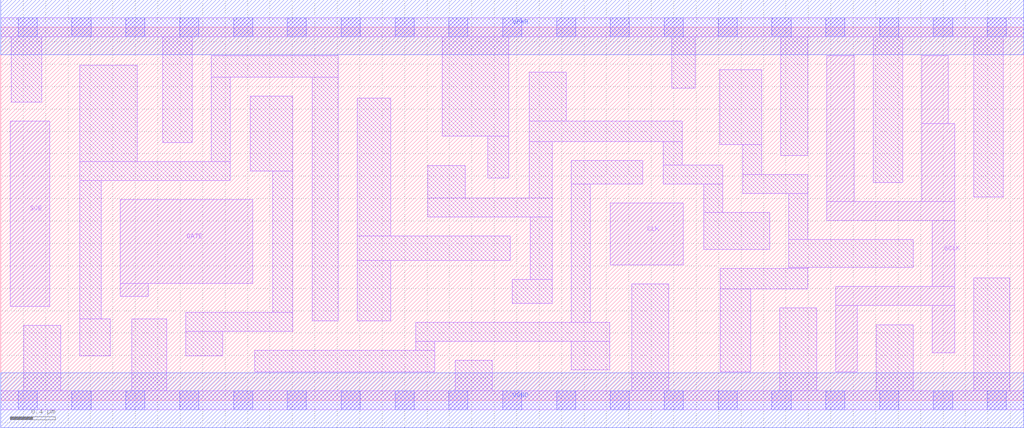
<source format=lef>
# Copyright 2020 The SkyWater PDK Authors
#
# Licensed under the Apache License, Version 2.0 (the "License");
# you may not use this file except in compliance with the License.
# You may obtain a copy of the License at
#
#     https://www.apache.org/licenses/LICENSE-2.0
#
# Unless required by applicable law or agreed to in writing, software
# distributed under the License is distributed on an "AS IS" BASIS,
# WITHOUT WARRANTIES OR CONDITIONS OF ANY KIND, either express or implied.
# See the License for the specific language governing permissions and
# limitations under the License.
#
# SPDX-License-Identifier: Apache-2.0

VERSION 5.7 ;
  NOWIREEXTENSIONATPIN ON ;
  DIVIDERCHAR "/" ;
  BUSBITCHARS "[]" ;
UNITS
  DATABASE MICRONS 200 ;
END UNITS
MACRO sky130_fd_sc_lp__sdlclkp_4
  CLASS CORE ;
  FOREIGN sky130_fd_sc_lp__sdlclkp_4 ;
  ORIGIN  0.000000  0.000000 ;
  SIZE  9.120000 BY  3.330000 ;
  SYMMETRY X Y R90 ;
  SITE unit ;
  PIN GATE
    ANTENNAGATEAREA  0.159000 ;
    DIRECTION INPUT ;
    USE SIGNAL ;
    PORT
      LAYER li1 ;
        RECT 1.065000 0.925000 1.315000 1.045000 ;
        RECT 1.065000 1.045000 2.245000 1.790000 ;
    END
  END GATE
  PIN GCLK
    ANTENNADIFFAREA  1.176000 ;
    DIRECTION OUTPUT ;
    USE SIGNAL ;
    PORT
      LAYER li1 ;
        RECT 7.365000 1.605000 8.505000 1.775000 ;
        RECT 7.365000 1.775000 7.610000 3.075000 ;
        RECT 7.445000 0.255000 7.635000 0.845000 ;
        RECT 7.445000 0.845000 8.505000 1.015000 ;
        RECT 8.210000 1.775000 8.505000 2.470000 ;
        RECT 8.210000 2.470000 8.445000 3.075000 ;
        RECT 8.305000 0.425000 8.505000 0.845000 ;
        RECT 8.305000 1.015000 8.505000 1.605000 ;
    END
  END GCLK
  PIN SCE
    ANTENNAGATEAREA  0.159000 ;
    DIRECTION INPUT ;
    USE SIGNAL ;
    PORT
      LAYER li1 ;
        RECT 0.085000 0.840000 0.435000 2.490000 ;
    END
  END SCE
  PIN CLK
    ANTENNAGATEAREA  0.474000 ;
    DIRECTION INPUT ;
    USE CLOCK ;
    PORT
      LAYER li1 ;
        RECT 5.435000 1.210000 6.085000 1.760000 ;
    END
  END CLK
  PIN VGND
    DIRECTION INOUT ;
    USE GROUND ;
    PORT
      LAYER met1 ;
        RECT 0.000000 -0.245000 9.120000 0.245000 ;
    END
  END VGND
  PIN VPWR
    DIRECTION INOUT ;
    USE POWER ;
    PORT
      LAYER met1 ;
        RECT 0.000000 3.085000 9.120000 3.575000 ;
    END
  END VPWR
  OBS
    LAYER li1 ;
      RECT 0.000000 -0.085000 9.120000 0.085000 ;
      RECT 0.000000  3.245000 9.120000 3.415000 ;
      RECT 0.095000  2.660000 0.365000 3.245000 ;
      RECT 0.205000  0.085000 0.535000 0.670000 ;
      RECT 0.705000  0.395000 0.975000 0.725000 ;
      RECT 0.705000  0.725000 0.895000 1.960000 ;
      RECT 0.705000  1.960000 2.045000 2.130000 ;
      RECT 0.705000  2.130000 1.215000 2.990000 ;
      RECT 1.170000  0.085000 1.480000 0.725000 ;
      RECT 1.445000  2.300000 1.705000 3.245000 ;
      RECT 1.650000  0.395000 1.980000 0.615000 ;
      RECT 1.650000  0.615000 2.605000 0.785000 ;
      RECT 1.875000  2.130000 2.045000 2.885000 ;
      RECT 1.875000  2.885000 3.010000 3.075000 ;
      RECT 2.225000  2.045000 2.605000 2.715000 ;
      RECT 2.265000  0.255000 3.870000 0.445000 ;
      RECT 2.425000  0.785000 2.605000 2.045000 ;
      RECT 2.775000  0.710000 3.010000 2.885000 ;
      RECT 3.180000  0.710000 3.475000 1.250000 ;
      RECT 3.180000  1.250000 4.540000 1.465000 ;
      RECT 3.180000  1.465000 3.475000 2.695000 ;
      RECT 3.700000  0.445000 3.870000 0.525000 ;
      RECT 3.700000  0.525000 5.430000 0.695000 ;
      RECT 3.805000  1.635000 4.915000 1.805000 ;
      RECT 3.805000  1.805000 4.140000 2.095000 ;
      RECT 3.935000  2.360000 4.530000 3.245000 ;
      RECT 4.050000  0.085000 4.380000 0.355000 ;
      RECT 4.340000  1.985000 4.530000 2.360000 ;
      RECT 4.560000  0.865000 4.915000 1.080000 ;
      RECT 4.710000  1.805000 4.915000 2.310000 ;
      RECT 4.710000  2.310000 6.075000 2.490000 ;
      RECT 4.710000  2.490000 5.040000 2.930000 ;
      RECT 4.720000  1.080000 4.915000 1.635000 ;
      RECT 5.085000  0.270000 5.430000 0.525000 ;
      RECT 5.085000  0.695000 5.255000 1.930000 ;
      RECT 5.085000  1.930000 5.725000 2.140000 ;
      RECT 5.625000  0.085000 5.955000 1.040000 ;
      RECT 5.905000  1.930000 6.435000 2.100000 ;
      RECT 5.905000  2.100000 6.075000 2.310000 ;
      RECT 5.980000  2.785000 6.190000 3.245000 ;
      RECT 6.265000  1.345000 6.855000 1.675000 ;
      RECT 6.265000  1.675000 6.435000 1.930000 ;
      RECT 6.410000  2.280000 6.785000 2.950000 ;
      RECT 6.415000  0.255000 6.685000 0.995000 ;
      RECT 6.415000  0.995000 7.195000 1.175000 ;
      RECT 6.615000  1.845000 7.195000 2.015000 ;
      RECT 6.615000  2.015000 6.785000 2.280000 ;
      RECT 6.945000  0.085000 7.275000 0.825000 ;
      RECT 6.955000  2.185000 7.195000 3.245000 ;
      RECT 7.025000  1.175000 7.195000 1.185000 ;
      RECT 7.025000  1.185000 8.135000 1.435000 ;
      RECT 7.025000  1.435000 7.195000 1.845000 ;
      RECT 7.780000  1.945000 8.040000 3.245000 ;
      RECT 7.805000  0.085000 8.135000 0.675000 ;
      RECT 8.675000  0.085000 8.995000 1.090000 ;
      RECT 8.675000  1.815000 8.935000 3.245000 ;
    LAYER mcon ;
      RECT 0.155000 -0.085000 0.325000 0.085000 ;
      RECT 0.155000  3.245000 0.325000 3.415000 ;
      RECT 0.635000 -0.085000 0.805000 0.085000 ;
      RECT 0.635000  3.245000 0.805000 3.415000 ;
      RECT 1.115000 -0.085000 1.285000 0.085000 ;
      RECT 1.115000  3.245000 1.285000 3.415000 ;
      RECT 1.595000 -0.085000 1.765000 0.085000 ;
      RECT 1.595000  3.245000 1.765000 3.415000 ;
      RECT 2.075000 -0.085000 2.245000 0.085000 ;
      RECT 2.075000  3.245000 2.245000 3.415000 ;
      RECT 2.555000 -0.085000 2.725000 0.085000 ;
      RECT 2.555000  3.245000 2.725000 3.415000 ;
      RECT 3.035000 -0.085000 3.205000 0.085000 ;
      RECT 3.035000  3.245000 3.205000 3.415000 ;
      RECT 3.515000 -0.085000 3.685000 0.085000 ;
      RECT 3.515000  3.245000 3.685000 3.415000 ;
      RECT 3.995000 -0.085000 4.165000 0.085000 ;
      RECT 3.995000  3.245000 4.165000 3.415000 ;
      RECT 4.475000 -0.085000 4.645000 0.085000 ;
      RECT 4.475000  3.245000 4.645000 3.415000 ;
      RECT 4.955000 -0.085000 5.125000 0.085000 ;
      RECT 4.955000  3.245000 5.125000 3.415000 ;
      RECT 5.435000 -0.085000 5.605000 0.085000 ;
      RECT 5.435000  3.245000 5.605000 3.415000 ;
      RECT 5.915000 -0.085000 6.085000 0.085000 ;
      RECT 5.915000  3.245000 6.085000 3.415000 ;
      RECT 6.395000 -0.085000 6.565000 0.085000 ;
      RECT 6.395000  3.245000 6.565000 3.415000 ;
      RECT 6.875000 -0.085000 7.045000 0.085000 ;
      RECT 6.875000  3.245000 7.045000 3.415000 ;
      RECT 7.355000 -0.085000 7.525000 0.085000 ;
      RECT 7.355000  3.245000 7.525000 3.415000 ;
      RECT 7.835000 -0.085000 8.005000 0.085000 ;
      RECT 7.835000  3.245000 8.005000 3.415000 ;
      RECT 8.315000 -0.085000 8.485000 0.085000 ;
      RECT 8.315000  3.245000 8.485000 3.415000 ;
      RECT 8.795000 -0.085000 8.965000 0.085000 ;
      RECT 8.795000  3.245000 8.965000 3.415000 ;
  END
END sky130_fd_sc_lp__sdlclkp_4
END LIBRARY

</source>
